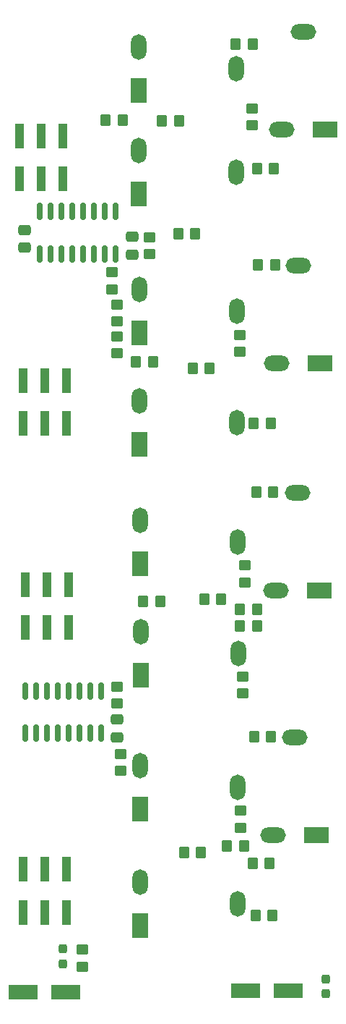
<source format=gbr>
%TF.GenerationSoftware,KiCad,Pcbnew,(6.0.2-0)*%
%TF.CreationDate,2022-04-19T15:29:27+02:00*%
%TF.ProjectId,blindeTaube,626c696e-6465-4546-9175-62652e6b6963,rev?*%
%TF.SameCoordinates,Original*%
%TF.FileFunction,Paste,Top*%
%TF.FilePolarity,Positive*%
%FSLAX46Y46*%
G04 Gerber Fmt 4.6, Leading zero omitted, Abs format (unit mm)*
G04 Created by KiCad (PCBNEW (6.0.2-0)) date 2022-04-19 15:29:27*
%MOMM*%
%LPD*%
G01*
G04 APERTURE LIST*
G04 Aperture macros list*
%AMRoundRect*
0 Rectangle with rounded corners*
0 $1 Rounding radius*
0 $2 $3 $4 $5 $6 $7 $8 $9 X,Y pos of 4 corners*
0 Add a 4 corners polygon primitive as box body*
4,1,4,$2,$3,$4,$5,$6,$7,$8,$9,$2,$3,0*
0 Add four circle primitives for the rounded corners*
1,1,$1+$1,$2,$3*
1,1,$1+$1,$4,$5*
1,1,$1+$1,$6,$7*
1,1,$1+$1,$8,$9*
0 Add four rect primitives between the rounded corners*
20,1,$1+$1,$2,$3,$4,$5,0*
20,1,$1+$1,$4,$5,$6,$7,0*
20,1,$1+$1,$6,$7,$8,$9,0*
20,1,$1+$1,$8,$9,$2,$3,0*%
G04 Aperture macros list end*
%ADD10RoundRect,0.250000X0.450000X-0.350000X0.450000X0.350000X-0.450000X0.350000X-0.450000X-0.350000X0*%
%ADD11RoundRect,0.250000X-0.350000X-0.450000X0.350000X-0.450000X0.350000X0.450000X-0.350000X0.450000X0*%
%ADD12R,1.000000X3.000000*%
%ADD13RoundRect,0.250000X0.475000X-0.337500X0.475000X0.337500X-0.475000X0.337500X-0.475000X-0.337500X0*%
%ADD14RoundRect,0.250000X-0.475000X0.337500X-0.475000X-0.337500X0.475000X-0.337500X0.475000X0.337500X0*%
%ADD15RoundRect,0.250000X0.350000X0.450000X-0.350000X0.450000X-0.350000X-0.450000X0.350000X-0.450000X0*%
%ADD16RoundRect,0.250000X-0.450000X0.350000X-0.450000X-0.350000X0.450000X-0.350000X0.450000X0.350000X0*%
%ADD17R,3.000000X1.830000*%
%ADD18O,3.000000X1.800000*%
%ADD19R,1.830000X3.000000*%
%ADD20O,1.800000X3.000000*%
%ADD21RoundRect,0.150000X-0.150000X0.825000X-0.150000X-0.825000X0.150000X-0.825000X0.150000X0.825000X0*%
%ADD22RoundRect,0.237500X0.237500X-0.287500X0.237500X0.287500X-0.237500X0.287500X-0.237500X-0.287500X0*%
%ADD23R,3.500000X1.800000*%
G04 APERTURE END LIST*
D10*
%TO.C,R6*%
X80600000Y-39925000D03*
X80600000Y-37925000D03*
%TD*%
D11*
%TO.C,R32*%
X81350000Y-56250000D03*
X83350000Y-56250000D03*
%TD*%
D12*
%TO.C,RV1*%
X58490000Y-41132500D03*
X55950000Y-41132500D03*
X53410000Y-41132500D03*
X58490000Y-46172500D03*
X55950000Y-46172500D03*
X53410000Y-46172500D03*
%TD*%
D13*
%TO.C,C34*%
X53924200Y-54246600D03*
X53924200Y-52171600D03*
%TD*%
D14*
%TO.C,C29*%
X66573400Y-52941400D03*
X66573400Y-55016400D03*
%TD*%
D15*
%TO.C,R88*%
X82700000Y-126300000D03*
X80700000Y-126300000D03*
%TD*%
D10*
%TO.C,R50*%
X79222600Y-66414400D03*
X79222600Y-64414400D03*
%TD*%
D16*
%TO.C,R89*%
X65250000Y-113450000D03*
X65250000Y-115450000D03*
%TD*%
D17*
%TO.C,J4*%
X88492501Y-94348000D03*
D18*
X85952501Y-82918000D03*
X83412501Y-94348000D03*
%TD*%
D16*
%TO.C,TH1*%
X60756800Y-136363200D03*
X60756800Y-138363200D03*
%TD*%
D10*
%TO.C,R75*%
X79750000Y-93400000D03*
X79750000Y-91400000D03*
%TD*%
D16*
%TO.C,R38*%
X64236600Y-57099200D03*
X64236600Y-59099200D03*
%TD*%
D19*
%TO.C,J12*%
X67513200Y-133578600D03*
D20*
X78943200Y-131038600D03*
X67513200Y-128498600D03*
%TD*%
D11*
%TO.C,R2*%
X63450000Y-39300000D03*
X65450000Y-39300000D03*
%TD*%
D19*
%TO.C,J10*%
X67513200Y-119913400D03*
D20*
X78943200Y-117373400D03*
X67513200Y-114833400D03*
%TD*%
D12*
%TO.C,RV4*%
X58876800Y-126945700D03*
X56336800Y-126945700D03*
X53796800Y-126945700D03*
X58876800Y-131985700D03*
X56336800Y-131985700D03*
X53796800Y-131985700D03*
%TD*%
%TO.C,RV3*%
X59105800Y-93639000D03*
X56565800Y-93639000D03*
X54025800Y-93639000D03*
X59105800Y-98679000D03*
X56565800Y-98679000D03*
X54025800Y-98679000D03*
%TD*%
D19*
%TO.C,J5*%
X67462400Y-64160400D03*
D20*
X78892400Y-61620400D03*
X67462400Y-59080400D03*
%TD*%
D19*
%TO.C,J11*%
X67606900Y-104241600D03*
D20*
X79036900Y-101701600D03*
X67606900Y-99161600D03*
%TD*%
D11*
%TO.C,R66*%
X75012800Y-95351600D03*
X77012800Y-95351600D03*
%TD*%
D21*
%TO.C,U8*%
X62966600Y-106091900D03*
X61696600Y-106091900D03*
X60426600Y-106091900D03*
X59156600Y-106091900D03*
X57886600Y-106091900D03*
X56616600Y-106091900D03*
X55346600Y-106091900D03*
X54076600Y-106091900D03*
X54076600Y-111041900D03*
X55346600Y-111041900D03*
X56616600Y-111041900D03*
X57886600Y-111041900D03*
X59156600Y-111041900D03*
X60426600Y-111041900D03*
X61696600Y-111041900D03*
X62966600Y-111041900D03*
%TD*%
D11*
%TO.C,R85*%
X80850000Y-111400000D03*
X82850000Y-111400000D03*
%TD*%
D15*
%TO.C,R61*%
X81200000Y-98500000D03*
X79200000Y-98500000D03*
%TD*%
D16*
%TO.C,R40*%
X64820800Y-60858400D03*
X64820800Y-62858400D03*
%TD*%
D11*
%TO.C,R12*%
X81203800Y-44958000D03*
X83203800Y-44958000D03*
%TD*%
D21*
%TO.C,U3*%
X64632852Y-50001400D03*
X63362852Y-50001400D03*
X62092852Y-50001400D03*
X60822852Y-50001400D03*
X59552852Y-50001400D03*
X58282852Y-50001400D03*
X57012852Y-50001400D03*
X55742852Y-50001400D03*
X55742852Y-54951400D03*
X57012852Y-54951400D03*
X58282852Y-54951400D03*
X59552852Y-54951400D03*
X60822852Y-54951400D03*
X62092852Y-54951400D03*
X63362852Y-54951400D03*
X64632852Y-54951400D03*
%TD*%
D13*
%TO.C,C39*%
X64770000Y-111523600D03*
X64770000Y-109448600D03*
%TD*%
D15*
%TO.C,R57*%
X81200000Y-96550000D03*
X79200000Y-96550000D03*
%TD*%
D19*
%TO.C,J6*%
X67352900Y-47904400D03*
D20*
X78782900Y-45364400D03*
X67352900Y-42824400D03*
%TD*%
D16*
%TO.C,R41*%
X68605400Y-53009800D03*
X68605400Y-55009800D03*
%TD*%
D11*
%TO.C,R36*%
X73660000Y-68351400D03*
X75660000Y-68351400D03*
%TD*%
D22*
%TO.C,L2*%
X58420000Y-138005000D03*
X58420000Y-136255000D03*
%TD*%
D10*
%TO.C,R35*%
X64770000Y-66600000D03*
X64770000Y-64600000D03*
%TD*%
D19*
%TO.C,J8*%
X67530700Y-91236800D03*
D20*
X78960700Y-88696800D03*
X67530700Y-86156800D03*
%TD*%
D19*
%TO.C,J7*%
X67411600Y-77266800D03*
D20*
X78841600Y-74726800D03*
X67411600Y-72186800D03*
%TD*%
D23*
%TO.C,D10*%
X53800000Y-141300000D03*
X58800000Y-141300000D03*
%TD*%
D11*
%TO.C,R62*%
X67850000Y-95600000D03*
X69850000Y-95600000D03*
%TD*%
%TO.C,R20*%
X70075000Y-39350000D03*
X72075000Y-39350000D03*
%TD*%
D16*
%TO.C,R67*%
X79550000Y-104400000D03*
X79550000Y-106400000D03*
%TD*%
D17*
%TO.C,J3*%
X88615000Y-67725000D03*
D18*
X86075000Y-56295000D03*
X83535000Y-67725000D03*
%TD*%
D23*
%TO.C,D9*%
X84850000Y-141200000D03*
X79850000Y-141200000D03*
%TD*%
D17*
%TO.C,J9*%
X88192501Y-122973000D03*
D18*
X85652501Y-111543000D03*
X83112501Y-122973000D03*
%TD*%
D11*
%TO.C,R91*%
X72650000Y-125000000D03*
X74650000Y-125000000D03*
%TD*%
%TO.C,R42*%
X80800000Y-74750000D03*
X82800000Y-74750000D03*
%TD*%
D15*
%TO.C,R31*%
X69030600Y-67600000D03*
X67030600Y-67600000D03*
%TD*%
D12*
%TO.C,RV2*%
X58835800Y-69773800D03*
X56295800Y-69773800D03*
X53755800Y-69773800D03*
X58835800Y-74813800D03*
X56295800Y-74813800D03*
X53755800Y-74813800D03*
%TD*%
D17*
%TO.C,J1*%
X89154000Y-40386000D03*
D18*
X86614000Y-28956000D03*
X84074000Y-40386000D03*
%TD*%
D11*
%TO.C,R7*%
X71958200Y-52628800D03*
X73958200Y-52628800D03*
%TD*%
D10*
%TO.C,R101*%
X79250000Y-122100000D03*
X79250000Y-120100000D03*
%TD*%
D22*
%TO.C,L1*%
X89300000Y-141515000D03*
X89300000Y-139765000D03*
%TD*%
D11*
%TO.C,R93*%
X81042000Y-132334000D03*
X83042000Y-132334000D03*
%TD*%
D16*
%TO.C,R92*%
X64795400Y-105565100D03*
X64795400Y-107565100D03*
%TD*%
D11*
%TO.C,R3*%
X78700000Y-30400000D03*
X80700000Y-30400000D03*
%TD*%
D15*
%TO.C,R84*%
X79700000Y-124200000D03*
X77700000Y-124200000D03*
%TD*%
D11*
%TO.C,R58*%
X81102200Y-82804000D03*
X83102200Y-82804000D03*
%TD*%
D19*
%TO.C,J2*%
X67350000Y-35865000D03*
D20*
X78780000Y-33325000D03*
X67350000Y-30785000D03*
%TD*%
M02*

</source>
